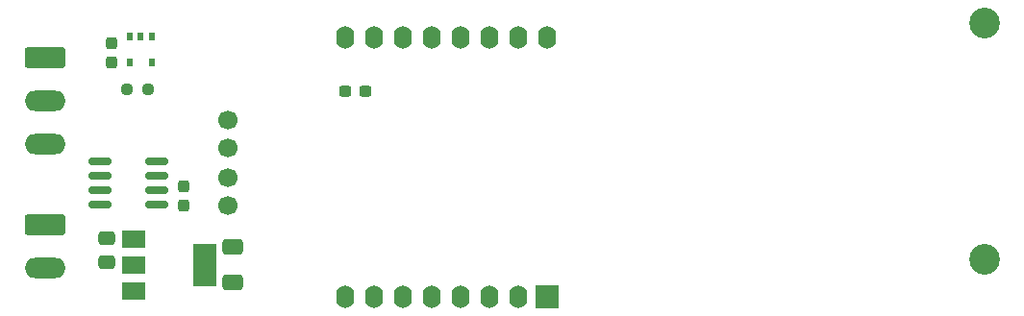
<source format=gbr>
%TF.GenerationSoftware,KiCad,Pcbnew,7.0.10*%
%TF.CreationDate,2024-01-19T02:19:35-05:00*%
%TF.ProjectId,ESP8266_Count2,45535038-3236-4365-9f43-6f756e74322e,v2*%
%TF.SameCoordinates,Original*%
%TF.FileFunction,Soldermask,Bot*%
%TF.FilePolarity,Negative*%
%FSLAX46Y46*%
G04 Gerber Fmt 4.6, Leading zero omitted, Abs format (unit mm)*
G04 Created by KiCad (PCBNEW 7.0.10) date 2024-01-19 02:19:35*
%MOMM*%
%LPD*%
G01*
G04 APERTURE LIST*
G04 Aperture macros list*
%AMRoundRect*
0 Rectangle with rounded corners*
0 $1 Rounding radius*
0 $2 $3 $4 $5 $6 $7 $8 $9 X,Y pos of 4 corners*
0 Add a 4 corners polygon primitive as box body*
4,1,4,$2,$3,$4,$5,$6,$7,$8,$9,$2,$3,0*
0 Add four circle primitives for the rounded corners*
1,1,$1+$1,$2,$3*
1,1,$1+$1,$4,$5*
1,1,$1+$1,$6,$7*
1,1,$1+$1,$8,$9*
0 Add four rect primitives between the rounded corners*
20,1,$1+$1,$2,$3,$4,$5,0*
20,1,$1+$1,$4,$5,$6,$7,0*
20,1,$1+$1,$6,$7,$8,$9,0*
20,1,$1+$1,$8,$9,$2,$3,0*%
G04 Aperture macros list end*
%ADD10R,2.000000X2.000000*%
%ADD11O,1.600000X2.000000*%
%ADD12C,2.700000*%
%ADD13RoundRect,0.237500X-0.300000X-0.237500X0.300000X-0.237500X0.300000X0.237500X-0.300000X0.237500X0*%
%ADD14RoundRect,0.237500X0.237500X-0.300000X0.237500X0.300000X-0.237500X0.300000X-0.237500X-0.300000X0*%
%ADD15R,0.510000X0.700000*%
%ADD16RoundRect,0.250000X-1.550000X0.650000X-1.550000X-0.650000X1.550000X-0.650000X1.550000X0.650000X0*%
%ADD17O,3.600000X1.800000*%
%ADD18C,1.700000*%
%ADD19RoundRect,0.250000X-0.650000X0.412500X-0.650000X-0.412500X0.650000X-0.412500X0.650000X0.412500X0*%
%ADD20RoundRect,0.237500X-0.250000X-0.237500X0.250000X-0.237500X0.250000X0.237500X-0.250000X0.237500X0*%
%ADD21R,2.000000X1.500000*%
%ADD22R,2.000000X3.800000*%
%ADD23RoundRect,0.250000X-0.475000X0.337500X-0.475000X-0.337500X0.475000X-0.337500X0.475000X0.337500X0*%
%ADD24RoundRect,0.150000X-0.825000X-0.150000X0.825000X-0.150000X0.825000X0.150000X-0.825000X0.150000X0*%
G04 APERTURE END LIST*
D10*
%TO.C,U6*%
X159190000Y-83345000D03*
D11*
X156650000Y-83345000D03*
X154110000Y-83345000D03*
X151570000Y-83345000D03*
X149030000Y-83345000D03*
X146490000Y-83345000D03*
X143950000Y-83345000D03*
X141410000Y-83345000D03*
X141410000Y-60485000D03*
X143950000Y-60485000D03*
X146490000Y-60485000D03*
X149030000Y-60485000D03*
X151570000Y-60485000D03*
X154110000Y-60485000D03*
X156650000Y-60485000D03*
X159190000Y-60485000D03*
%TD*%
D12*
%TO.C,H4*%
X197700000Y-80000000D03*
%TD*%
%TO.C,H1*%
X197700000Y-59150000D03*
%TD*%
D13*
%TO.C,C4*%
X141437500Y-65200000D03*
X143162500Y-65200000D03*
%TD*%
D14*
%TO.C,C5*%
X120800000Y-62662500D03*
X120800000Y-60937500D03*
%TD*%
D15*
%TO.C,U4*%
X122450000Y-60340000D03*
X123400000Y-60340000D03*
X124350000Y-60340000D03*
X124350000Y-62660000D03*
X122450000Y-62660000D03*
%TD*%
D16*
%TO.C,J2*%
X114957500Y-62250000D03*
D17*
X114957500Y-66060000D03*
X114957500Y-69870000D03*
%TD*%
D18*
%TO.C,J3*%
X131100000Y-67700000D03*
X131100000Y-70200000D03*
X131100000Y-72800000D03*
X131100000Y-75300000D03*
%TD*%
D16*
%TO.C,TB1*%
X115000000Y-77000000D03*
D17*
X115000000Y-80810000D03*
%TD*%
D19*
%TO.C,C1*%
X131500000Y-78937500D03*
X131500000Y-82062500D03*
%TD*%
D20*
%TO.C,R7*%
X122187500Y-65000000D03*
X124012500Y-65000000D03*
%TD*%
D21*
%TO.C,U2*%
X122750000Y-82800000D03*
X122750000Y-80500000D03*
D22*
X129050000Y-80500000D03*
D21*
X122750000Y-78200000D03*
%TD*%
D23*
%TO.C,C2*%
X120400000Y-78162500D03*
X120400000Y-80237500D03*
%TD*%
D14*
%TO.C,C6*%
X127200000Y-75262500D03*
X127200000Y-73537500D03*
%TD*%
D24*
%TO.C,U5*%
X119825000Y-75205000D03*
X119825000Y-73935000D03*
X119825000Y-72665000D03*
X119825000Y-71395000D03*
X124775000Y-71395000D03*
X124775000Y-72665000D03*
X124775000Y-73935000D03*
X124775000Y-75205000D03*
%TD*%
M02*

</source>
